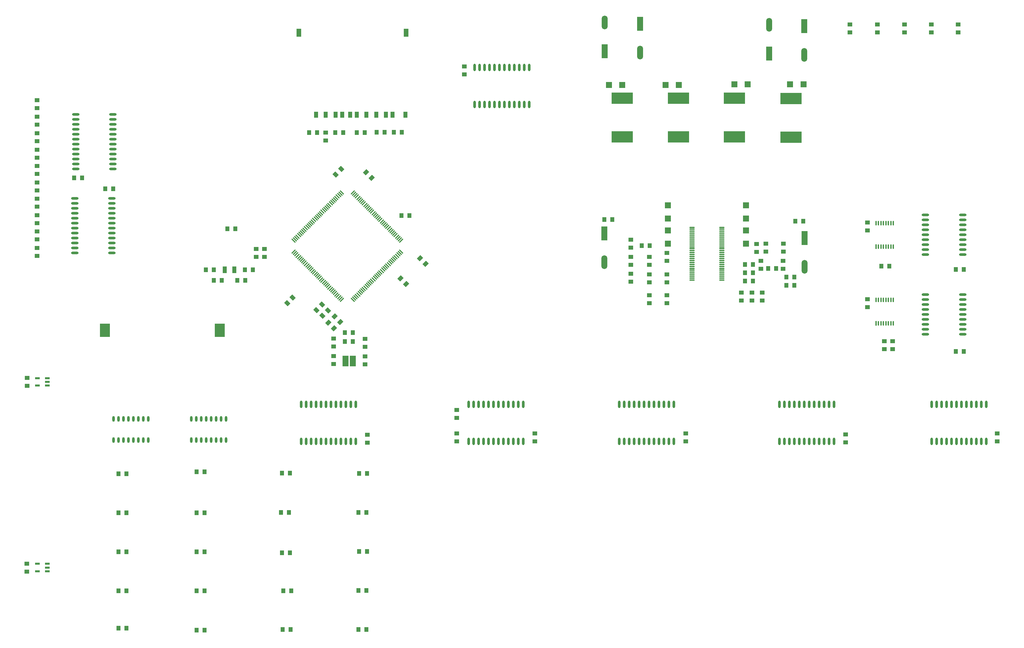
<source format=gbr>
%TF.GenerationSoftware,Altium Limited,Altium Designer,18.0.11 (651)*%
G04 Layer_Color=8421504*
%FSLAX26Y26*%
%MOIN*%
%TF.FileFunction,Paste,Top*%
%TF.Part,Single*%
G01*
G75*
%TA.AperFunction,SMDPad,CuDef*%
%ADD10O,0.055118X0.011811*%
%ADD11O,0.023622X0.074803*%
%ADD12R,0.050000X0.040000*%
%ADD13R,0.050000X0.020000*%
%ADD14R,0.040000X0.050000*%
G04:AMPARAMS|DCode=15|XSize=40mil|YSize=50mil|CornerRadius=0mil|HoleSize=0mil|Usage=FLASHONLY|Rotation=45.000|XOffset=0mil|YOffset=0mil|HoleType=Round|Shape=Rectangle|*
%AMROTATEDRECTD15*
4,1,4,0.003535,-0.031820,-0.031820,0.003535,-0.003535,0.031820,0.031820,-0.003535,0.003535,-0.031820,0.0*
%
%ADD15ROTATEDRECTD15*%

%ADD16R,0.102362X0.137795*%
%ADD17R,0.060000X0.060000*%
%ADD18R,0.060000X0.060000*%
%ADD19R,0.212598X0.114173*%
%ADD20R,0.059055X0.140000*%
%ADD21O,0.059055X0.140000*%
%ADD22R,0.059055X0.106299*%
%ADD23R,0.039370X0.070866*%
%ADD24O,0.074803X0.023622*%
%ADD25O,0.023622X0.057087*%
%ADD26R,0.039370X0.059055*%
%ADD27R,0.047244X0.078740*%
G04:AMPARAMS|DCode=28|XSize=40mil|YSize=50mil|CornerRadius=0mil|HoleSize=0mil|Usage=FLASHONLY|Rotation=315.000|XOffset=0mil|YOffset=0mil|HoleType=Round|Shape=Rectangle|*
%AMROTATEDRECTD28*
4,1,4,-0.031820,-0.003535,0.003535,0.031820,0.031820,0.003535,-0.003535,-0.031820,-0.031820,-0.003535,0.0*
%
%ADD28ROTATEDRECTD28*%

%ADD29O,0.012000X0.050000*%
%ADD30R,0.012000X0.050000*%
G04:AMPARAMS|DCode=31|XSize=11.811mil|YSize=57.087mil|CornerRadius=0mil|HoleSize=0mil|Usage=FLASHONLY|Rotation=45.000|XOffset=0mil|YOffset=0mil|HoleType=Round|Shape=Round|*
%AMOVALD31*
21,1,0.045276,0.011811,0.000000,0.000000,135.0*
1,1,0.011811,0.016007,-0.016007*
1,1,0.011811,-0.016007,0.016007*
%
%ADD31OVALD31*%

G04:AMPARAMS|DCode=32|XSize=11.811mil|YSize=57.087mil|CornerRadius=0mil|HoleSize=0mil|Usage=FLASHONLY|Rotation=135.000|XOffset=0mil|YOffset=0mil|HoleType=Round|Shape=Round|*
%AMOVALD32*
21,1,0.045276,0.011811,0.000000,0.000000,225.0*
1,1,0.011811,0.016007,0.016007*
1,1,0.011811,-0.016007,-0.016007*
%
%ADD32OVALD32*%

D10*
X8102362Y5041339D02*
D03*
Y5061024D02*
D03*
Y5080709D02*
D03*
Y5100394D02*
D03*
Y5120079D02*
D03*
Y5139764D02*
D03*
Y5159449D02*
D03*
Y5179134D02*
D03*
Y5198819D02*
D03*
Y5218504D02*
D03*
Y5238189D02*
D03*
Y5257874D02*
D03*
Y5277559D02*
D03*
Y5297244D02*
D03*
Y5316929D02*
D03*
Y5336614D02*
D03*
Y5356299D02*
D03*
Y5375984D02*
D03*
Y5395669D02*
D03*
Y5415354D02*
D03*
Y5435039D02*
D03*
Y5454724D02*
D03*
Y5474409D02*
D03*
Y5494095D02*
D03*
Y5513779D02*
D03*
Y5533465D02*
D03*
Y5553150D02*
D03*
Y5572835D02*
D03*
X7803150Y5041339D02*
D03*
Y5061024D02*
D03*
Y5080709D02*
D03*
Y5100394D02*
D03*
Y5120079D02*
D03*
Y5139764D02*
D03*
Y5159449D02*
D03*
Y5179134D02*
D03*
Y5198819D02*
D03*
Y5218504D02*
D03*
Y5238189D02*
D03*
Y5257874D02*
D03*
Y5277559D02*
D03*
Y5297244D02*
D03*
Y5316929D02*
D03*
Y5336614D02*
D03*
Y5356299D02*
D03*
Y5375984D02*
D03*
Y5395669D02*
D03*
Y5415354D02*
D03*
Y5435039D02*
D03*
Y5454724D02*
D03*
Y5474409D02*
D03*
Y5494095D02*
D03*
Y5513779D02*
D03*
Y5533465D02*
D03*
Y5553150D02*
D03*
Y5572835D02*
D03*
D11*
X6162795Y7184055D02*
D03*
X6112795D02*
D03*
X6062795D02*
D03*
X6012795D02*
D03*
X5962795D02*
D03*
X5912795D02*
D03*
X5862795D02*
D03*
X5812795D02*
D03*
X5762795D02*
D03*
X5712795D02*
D03*
X5662795D02*
D03*
X5612795D02*
D03*
X6162795Y6810039D02*
D03*
X6112795D02*
D03*
X6062795D02*
D03*
X6012795D02*
D03*
X5962795D02*
D03*
X5912795D02*
D03*
X5862795D02*
D03*
X5812795D02*
D03*
X5762795D02*
D03*
X5712795D02*
D03*
X5662795D02*
D03*
X5612795D02*
D03*
X7069882Y3415354D02*
D03*
X7119882D02*
D03*
X7169882D02*
D03*
X7219882D02*
D03*
X7269882D02*
D03*
X7319882D02*
D03*
X7369882D02*
D03*
X7419882D02*
D03*
X7469882D02*
D03*
X7519882D02*
D03*
X7569882D02*
D03*
X7619882D02*
D03*
X7069882Y3789370D02*
D03*
X7119882D02*
D03*
X7169882D02*
D03*
X7219882D02*
D03*
X7269882D02*
D03*
X7319882D02*
D03*
X7369882D02*
D03*
X7419882D02*
D03*
X7469882D02*
D03*
X7519882D02*
D03*
X7569882D02*
D03*
X7619882D02*
D03*
X5551772Y3415354D02*
D03*
X5601772D02*
D03*
X5651772D02*
D03*
X5701772D02*
D03*
X5751772D02*
D03*
X5801772D02*
D03*
X5851772D02*
D03*
X5901772D02*
D03*
X5951772D02*
D03*
X6001772D02*
D03*
X6051772D02*
D03*
X6101772D02*
D03*
X5551772Y3789370D02*
D03*
X5601772D02*
D03*
X5651772D02*
D03*
X5701772D02*
D03*
X5751772D02*
D03*
X5801772D02*
D03*
X5851772D02*
D03*
X5901772D02*
D03*
X5951772D02*
D03*
X6001772D02*
D03*
X6051772D02*
D03*
X6101772D02*
D03*
X10217126Y3415354D02*
D03*
X10267126D02*
D03*
X10317126D02*
D03*
X10367126D02*
D03*
X10417126D02*
D03*
X10467126D02*
D03*
X10517126D02*
D03*
X10567126D02*
D03*
X10617126D02*
D03*
X10667126D02*
D03*
X10717126D02*
D03*
X10767126D02*
D03*
X10217126Y3789370D02*
D03*
X10267126D02*
D03*
X10317126D02*
D03*
X10367126D02*
D03*
X10417126D02*
D03*
X10467126D02*
D03*
X10517126D02*
D03*
X10567126D02*
D03*
X10617126D02*
D03*
X10667126D02*
D03*
X10717126D02*
D03*
X10767126D02*
D03*
X8681693Y3415354D02*
D03*
X8731693D02*
D03*
X8781693D02*
D03*
X8831693D02*
D03*
X8881693D02*
D03*
X8931693D02*
D03*
X8981693D02*
D03*
X9031693D02*
D03*
X9081693D02*
D03*
X9131693D02*
D03*
X9181693D02*
D03*
X9231693D02*
D03*
X8681693Y3789370D02*
D03*
X8731693D02*
D03*
X8781693D02*
D03*
X8831693D02*
D03*
X8881693D02*
D03*
X8931693D02*
D03*
X8981693D02*
D03*
X9031693D02*
D03*
X9081693D02*
D03*
X9131693D02*
D03*
X9181693D02*
D03*
X9231693D02*
D03*
X3867054Y3415354D02*
D03*
X3917054D02*
D03*
X3967054D02*
D03*
X4017054D02*
D03*
X4067054D02*
D03*
X4117054D02*
D03*
X4167054D02*
D03*
X4217054D02*
D03*
X4267054D02*
D03*
X4317054D02*
D03*
X4367054D02*
D03*
X4417054D02*
D03*
X3867054Y3789370D02*
D03*
X3917054D02*
D03*
X3967054D02*
D03*
X4017054D02*
D03*
X4067054D02*
D03*
X4117054D02*
D03*
X4167054D02*
D03*
X4217054D02*
D03*
X4267054D02*
D03*
X4317054D02*
D03*
X4367054D02*
D03*
X4417054D02*
D03*
D12*
X5508858Y7195000D02*
D03*
Y7115000D02*
D03*
X1103150Y2102048D02*
D03*
Y2182048D02*
D03*
X1106020Y3974803D02*
D03*
Y4054803D02*
D03*
X5433071Y3730472D02*
D03*
Y3650472D02*
D03*
X10483077Y7536535D02*
D03*
Y7616535D02*
D03*
X9740158Y4425701D02*
D03*
Y4345701D02*
D03*
X9821851Y4425583D02*
D03*
Y4345583D02*
D03*
X1204445Y5285303D02*
D03*
Y5365303D02*
D03*
Y5450658D02*
D03*
Y5530658D02*
D03*
Y5615422D02*
D03*
Y5695422D02*
D03*
Y5780423D02*
D03*
Y5860423D02*
D03*
Y5945423D02*
D03*
Y6025423D02*
D03*
Y6111367D02*
D03*
Y6191367D02*
D03*
Y6275423D02*
D03*
Y6355423D02*
D03*
Y6440422D02*
D03*
Y6520422D02*
D03*
Y6606367D02*
D03*
Y6686367D02*
D03*
Y6774361D02*
D03*
Y6854361D02*
D03*
X4507738Y4369455D02*
D03*
Y4449455D02*
D03*
X4193762Y4370279D02*
D03*
Y4450279D02*
D03*
X7372047Y4886968D02*
D03*
Y4806968D02*
D03*
X7549213Y4887953D02*
D03*
Y4807953D02*
D03*
X5433071Y3495354D02*
D03*
Y3415354D02*
D03*
X3497295Y5354165D02*
D03*
Y5274165D02*
D03*
X3413634Y5273024D02*
D03*
Y5353024D02*
D03*
X8299213Y4916221D02*
D03*
Y4836221D02*
D03*
X7372047Y5194882D02*
D03*
Y5274882D02*
D03*
X8722568Y5406860D02*
D03*
Y5326860D02*
D03*
X8495154Y5153140D02*
D03*
Y5233140D02*
D03*
X10212014Y7536535D02*
D03*
Y7616535D02*
D03*
X9943314Y7538110D02*
D03*
Y7618110D02*
D03*
X9667723Y7538110D02*
D03*
Y7618110D02*
D03*
X9391540Y7536535D02*
D03*
Y7616535D02*
D03*
X4112220Y6527862D02*
D03*
Y6447862D02*
D03*
X9569882Y4767441D02*
D03*
Y4847441D02*
D03*
Y5541346D02*
D03*
Y5621346D02*
D03*
X7185039Y5274882D02*
D03*
Y5194882D02*
D03*
X4507739Y4192446D02*
D03*
Y4272446D02*
D03*
X4193762Y4193270D02*
D03*
Y4273270D02*
D03*
X7185039Y5104331D02*
D03*
Y5024331D02*
D03*
X7186024Y5367992D02*
D03*
Y5447992D02*
D03*
X6220472Y3415354D02*
D03*
Y3495354D02*
D03*
X7740158Y3414252D02*
D03*
Y3494252D02*
D03*
X9350394Y3404252D02*
D03*
Y3484252D02*
D03*
X10875984Y3414095D02*
D03*
Y3494095D02*
D03*
X4531424Y3402441D02*
D03*
Y3482441D02*
D03*
X8719488Y5153150D02*
D03*
Y5233150D02*
D03*
X8508760Y4836221D02*
D03*
Y4916221D02*
D03*
X8405512Y4836221D02*
D03*
Y4916221D02*
D03*
X7549213Y5235118D02*
D03*
Y5315118D02*
D03*
X7372047Y5099528D02*
D03*
Y5019528D02*
D03*
X7549213Y5099528D02*
D03*
Y5019528D02*
D03*
X8545357Y5406801D02*
D03*
Y5326801D02*
D03*
X8453822Y5325817D02*
D03*
Y5405817D02*
D03*
D13*
X1209843Y2105021D02*
D03*
X1309843Y2142021D02*
D03*
X1309843Y2180021D02*
D03*
Y2105021D02*
D03*
X1209843Y2180021D02*
D03*
X1209843Y3977173D02*
D03*
X1309843Y4014173D02*
D03*
X1309842Y4052173D02*
D03*
Y3977173D02*
D03*
X1209843Y4052173D02*
D03*
D14*
X3674095Y2291339D02*
D03*
X3754095D02*
D03*
X3679843Y1516929D02*
D03*
X3759843D02*
D03*
X4441902D02*
D03*
X4521902D02*
D03*
X4444213Y1910630D02*
D03*
X4524213D02*
D03*
X4448819Y2304134D02*
D03*
X4528819D02*
D03*
X4441902Y2698032D02*
D03*
X4521902D02*
D03*
X4448819Y3091732D02*
D03*
X4528819D02*
D03*
X3661417Y2698032D02*
D03*
X3741417D02*
D03*
X3673228Y3095669D02*
D03*
X3753228D02*
D03*
X2892835Y1511811D02*
D03*
X2812835D02*
D03*
X2892991Y1906299D02*
D03*
X2812991D02*
D03*
X2891535Y2300000D02*
D03*
X2811535D02*
D03*
X2892991Y2693701D02*
D03*
X2812991D02*
D03*
X2892991Y3107087D02*
D03*
X2812991D02*
D03*
X2105590Y1532283D02*
D03*
X2025590D02*
D03*
X2105590Y1906299D02*
D03*
X2025590D02*
D03*
X2105590Y2300000D02*
D03*
X2025590D02*
D03*
X2105590Y2693701D02*
D03*
X2025590D02*
D03*
X2104330Y3087401D02*
D03*
X2024330D02*
D03*
X3765039Y1909449D02*
D03*
X3685039D02*
D03*
X3121772Y5558071D02*
D03*
X3201772D02*
D03*
X9789528Y5181496D02*
D03*
X9709528D02*
D03*
X3065530Y5037338D02*
D03*
X2985530D02*
D03*
X3221593Y5037337D02*
D03*
X3301593D02*
D03*
X8415512Y5115158D02*
D03*
X8335512D02*
D03*
X8415512Y5032480D02*
D03*
X8335512D02*
D03*
X4209661Y6527862D02*
D03*
X4289661D02*
D03*
X4704740Y6529831D02*
D03*
X4624740D02*
D03*
X4800212D02*
D03*
X4880212D02*
D03*
X4024780Y6527862D02*
D03*
X3944780D02*
D03*
X10540472Y5146654D02*
D03*
X10460472D02*
D03*
X10540354Y4322835D02*
D03*
X10460354D02*
D03*
X1973425Y5962598D02*
D03*
X1893425D02*
D03*
X2986634Y5145606D02*
D03*
X2906634D02*
D03*
X3300491Y5145605D02*
D03*
X3380491D02*
D03*
X4305848Y4419652D02*
D03*
X4385848D02*
D03*
X4385945Y4511811D02*
D03*
X4305945D02*
D03*
X1578622Y6070866D02*
D03*
X1658622D02*
D03*
X8335512Y5197835D02*
D03*
X8415512D02*
D03*
X4876850Y5690945D02*
D03*
X4956850D02*
D03*
X8753819Y4989173D02*
D03*
X8833819D02*
D03*
X7297047Y5386811D02*
D03*
X7377047D02*
D03*
X8753819Y5071850D02*
D03*
X8833819D02*
D03*
X8647756Y5158465D02*
D03*
X8567756D02*
D03*
X8921260Y5635827D02*
D03*
X8841260D02*
D03*
X6919173Y5652559D02*
D03*
X6999173D02*
D03*
X4505039Y6529528D02*
D03*
X4425039D02*
D03*
D15*
X3724228Y4807890D02*
D03*
X3780797Y4864458D02*
D03*
X4135472Y4736239D02*
D03*
X4078903Y4679670D02*
D03*
X4076417Y4795294D02*
D03*
X4019848Y4738725D02*
D03*
X4213298Y6104046D02*
D03*
X4269866Y6160614D02*
D03*
D16*
X3047244Y4533465D02*
D03*
X1889764D02*
D03*
D17*
X8363346Y7014764D02*
D03*
X8228346D02*
D03*
X8924370D02*
D03*
X8789370D02*
D03*
X7535433Y7007874D02*
D03*
X7670433D02*
D03*
X6964409Y7006890D02*
D03*
X7099409D02*
D03*
D18*
X8346457Y5406346D02*
D03*
Y5541346D02*
D03*
Y5660369D02*
D03*
Y5795369D02*
D03*
X7559055Y5406346D02*
D03*
Y5541346D02*
D03*
Y5660370D02*
D03*
Y5795370D02*
D03*
D19*
X8228346Y6483268D02*
D03*
Y6875000D02*
D03*
X8799213Y6872047D02*
D03*
Y6480315D02*
D03*
X7664764Y6483268D02*
D03*
Y6875000D02*
D03*
X7098228Y6875000D02*
D03*
Y6483268D02*
D03*
D20*
X8932087Y7601614D02*
D03*
X8937008Y5463819D02*
D03*
X7279528Y7625236D02*
D03*
X6922244Y7348228D02*
D03*
X8578740Y7324724D02*
D03*
X6919291Y5512047D02*
D03*
D21*
X8932087Y7311614D02*
D03*
X8937008Y5173819D02*
D03*
X7279528Y7335236D02*
D03*
X6922244Y7638228D02*
D03*
X8578740Y7614724D02*
D03*
X6919291Y5222047D02*
D03*
D22*
X4386675Y4224770D02*
D03*
X4311872D02*
D03*
D23*
X3193326Y5145605D02*
D03*
X3094901D02*
D03*
D24*
X10153545Y4895276D02*
D03*
Y4845276D02*
D03*
Y4795276D02*
D03*
Y4745276D02*
D03*
Y4695276D02*
D03*
Y4645276D02*
D03*
Y4595276D02*
D03*
Y4545276D02*
D03*
Y4495276D02*
D03*
X10527560Y4895276D02*
D03*
Y4845276D02*
D03*
Y4795276D02*
D03*
Y4745276D02*
D03*
Y4695276D02*
D03*
Y4645276D02*
D03*
Y4595276D02*
D03*
Y4545276D02*
D03*
Y4495276D02*
D03*
X10153545Y5699016D02*
D03*
Y5649016D02*
D03*
Y5599016D02*
D03*
Y5549016D02*
D03*
Y5499016D02*
D03*
Y5449016D02*
D03*
Y5399016D02*
D03*
Y5349016D02*
D03*
Y5299016D02*
D03*
X10527561Y5699016D02*
D03*
Y5649016D02*
D03*
Y5599016D02*
D03*
Y5549016D02*
D03*
Y5499016D02*
D03*
Y5449016D02*
D03*
Y5399016D02*
D03*
Y5349016D02*
D03*
Y5299016D02*
D03*
X1958661Y5315551D02*
D03*
Y5365551D02*
D03*
Y5415551D02*
D03*
Y5465551D02*
D03*
Y5515551D02*
D03*
Y5565551D02*
D03*
Y5615551D02*
D03*
Y5665551D02*
D03*
Y5715551D02*
D03*
Y5765551D02*
D03*
Y5815551D02*
D03*
Y5865551D02*
D03*
X1584646Y5315551D02*
D03*
Y5365551D02*
D03*
Y5415551D02*
D03*
Y5465551D02*
D03*
Y5515551D02*
D03*
Y5565551D02*
D03*
Y5615551D02*
D03*
Y5665551D02*
D03*
Y5715551D02*
D03*
Y5765551D02*
D03*
Y5815551D02*
D03*
Y5865551D02*
D03*
X1594488Y6710630D02*
D03*
Y6660630D02*
D03*
Y6610630D02*
D03*
Y6560630D02*
D03*
Y6510630D02*
D03*
Y6460630D02*
D03*
Y6410630D02*
D03*
Y6360630D02*
D03*
Y6310630D02*
D03*
Y6260630D02*
D03*
Y6210630D02*
D03*
Y6160630D02*
D03*
X1968504Y6710630D02*
D03*
Y6660630D02*
D03*
Y6610630D02*
D03*
Y6560630D02*
D03*
Y6510630D02*
D03*
Y6460630D02*
D03*
Y6410630D02*
D03*
Y6360630D02*
D03*
Y6310630D02*
D03*
Y6260630D02*
D03*
Y6210630D02*
D03*
Y6160630D02*
D03*
D25*
X2324606Y3642717D02*
D03*
X2274606D02*
D03*
X2224606D02*
D03*
X2174606D02*
D03*
X2124606D02*
D03*
X2074606D02*
D03*
X2024606D02*
D03*
X1974606D02*
D03*
X2324606Y3428150D02*
D03*
X2274606D02*
D03*
X2224606D02*
D03*
X2174606D02*
D03*
X2124606D02*
D03*
X2074606D02*
D03*
X2024606D02*
D03*
X1974606D02*
D03*
X3110040Y3642717D02*
D03*
X3060040D02*
D03*
X3010040D02*
D03*
X2960040D02*
D03*
X2910040D02*
D03*
X2860040D02*
D03*
X2810040D02*
D03*
X2760040D02*
D03*
X3110040Y3428150D02*
D03*
X3060040D02*
D03*
X3010040D02*
D03*
X2960040D02*
D03*
X2910040D02*
D03*
X2860040D02*
D03*
X2810040D02*
D03*
X2760040D02*
D03*
D26*
X4916535Y6708268D02*
D03*
X4784646D02*
D03*
X4717717D02*
D03*
X4622047D02*
D03*
X4523622D02*
D03*
X4425197D02*
D03*
X4360236D02*
D03*
X4279528D02*
D03*
X4212598D02*
D03*
X4114173D02*
D03*
X4015748D02*
D03*
D27*
X3842520Y7535433D02*
D03*
X4921260D02*
D03*
D28*
X4139642Y4612404D02*
D03*
X4196211Y4555836D02*
D03*
X4201132Y4675914D02*
D03*
X4257700Y4619346D02*
D03*
X5061723Y5262096D02*
D03*
X5118292Y5205527D02*
D03*
X4575088Y6072550D02*
D03*
X4518520Y6129118D02*
D03*
X4866142Y5057087D02*
D03*
X4922710Y5000518D02*
D03*
D29*
X9829527Y4841764D02*
D03*
X9804527D02*
D03*
X9779527D02*
D03*
X9754527D02*
D03*
X9729527D02*
D03*
X9704527D02*
D03*
X9679527D02*
D03*
X9654527D02*
D03*
X9829527Y4604764D02*
D03*
X9804527D02*
D03*
X9779527D02*
D03*
X9754527D02*
D03*
X9729527D02*
D03*
X9704527D02*
D03*
X9679527D02*
D03*
X9829528Y5615347D02*
D03*
X9804528D02*
D03*
X9779528D02*
D03*
X9754528D02*
D03*
X9729528D02*
D03*
X9704528D02*
D03*
X9679528D02*
D03*
X9654528D02*
D03*
X9829528Y5378347D02*
D03*
X9804528D02*
D03*
X9779528D02*
D03*
X9754528D02*
D03*
X9729528D02*
D03*
X9704528D02*
D03*
X9679528D02*
D03*
D30*
X9654527Y4604764D02*
D03*
X9654528Y5378347D02*
D03*
D31*
X3788547Y5437659D02*
D03*
X3802466Y5451578D02*
D03*
X3816386Y5465498D02*
D03*
X3830306Y5479417D02*
D03*
X3844225Y5493337D02*
D03*
X3858144Y5507256D02*
D03*
X3872064Y5521175D02*
D03*
X3885983Y5535095D02*
D03*
X3899903Y5549014D02*
D03*
X3913822Y5562934D02*
D03*
X3927741Y5576853D02*
D03*
X3941661Y5590773D02*
D03*
X3955580Y5604692D02*
D03*
X3969500Y5618611D02*
D03*
X3983419Y5632531D02*
D03*
X3997338Y5646450D02*
D03*
X4011258Y5660369D02*
D03*
X4025177Y5674289D02*
D03*
X4039097Y5688208D02*
D03*
X4053016Y5702128D02*
D03*
X4066936Y5716047D02*
D03*
X4080855Y5729967D02*
D03*
X4094774Y5743886D02*
D03*
X4108694Y5757806D02*
D03*
X4122613Y5771725D02*
D03*
X4136533Y5785645D02*
D03*
X4150452Y5799564D02*
D03*
X4164372Y5813483D02*
D03*
X4178291Y5827403D02*
D03*
X4192210Y5841322D02*
D03*
X4206130Y5855242D02*
D03*
X4220049Y5869161D02*
D03*
X4233969Y5883081D02*
D03*
X4247888Y5897000D02*
D03*
X4261808Y5910919D02*
D03*
X4275727Y5924839D02*
D03*
X4872870Y5327695D02*
D03*
X4858951Y5313776D02*
D03*
X4845031Y5299856D02*
D03*
X4831112Y5285937D02*
D03*
X4817192Y5272018D02*
D03*
X4803273Y5258098D02*
D03*
X4789353Y5244179D02*
D03*
X4775434Y5230259D02*
D03*
X4761515Y5216340D02*
D03*
X4747596Y5202421D02*
D03*
X4733676Y5188501D02*
D03*
X4719757Y5174582D02*
D03*
X4705837Y5160662D02*
D03*
X4691918Y5146743D02*
D03*
X4677998Y5132823D02*
D03*
X4664079Y5118904D02*
D03*
X4650159Y5104984D02*
D03*
X4636240Y5091065D02*
D03*
X4622321Y5077146D02*
D03*
X4608401Y5063226D02*
D03*
X4594482Y5049307D02*
D03*
X4580562Y5035388D02*
D03*
X4566643Y5021468D02*
D03*
X4552724Y5007548D02*
D03*
X4538804Y4993629D02*
D03*
X4524885Y4979710D02*
D03*
X4510965Y4965790D02*
D03*
X4497046Y4951871D02*
D03*
X4483126Y4937952D02*
D03*
X4469207Y4924032D02*
D03*
X4455288Y4910113D02*
D03*
X4441368Y4896193D02*
D03*
X4427449Y4882274D02*
D03*
X4413529Y4868354D02*
D03*
X4399610Y4854435D02*
D03*
X4385690Y4840515D02*
D03*
D32*
X4385690Y5924839D02*
D03*
X4399610Y5910919D02*
D03*
X4413529Y5897000D02*
D03*
X4427449Y5883080D02*
D03*
X4441368Y5869161D02*
D03*
X4455288Y5855242D02*
D03*
X4469207Y5841322D02*
D03*
X4483126Y5827403D02*
D03*
X4497046Y5813483D02*
D03*
X4510965Y5799564D02*
D03*
X4524885Y5785645D02*
D03*
X4538804Y5771725D02*
D03*
X4552723Y5757806D02*
D03*
X4566643Y5743886D02*
D03*
X4580562Y5729967D02*
D03*
X4594482Y5716047D02*
D03*
X4608401Y5702128D02*
D03*
X4622321Y5688208D02*
D03*
X4636240Y5674289D02*
D03*
X4650159Y5660369D02*
D03*
X4664079Y5646450D02*
D03*
X4677998Y5632531D02*
D03*
X4691918Y5618611D02*
D03*
X4705837Y5604692D02*
D03*
X4719757Y5590773D02*
D03*
X4733676Y5576853D02*
D03*
X4747596Y5562934D02*
D03*
X4761515Y5549014D02*
D03*
X4775434Y5535095D02*
D03*
X4789354Y5521175D02*
D03*
X4803273Y5507256D02*
D03*
X4817193Y5493337D02*
D03*
X4831112Y5479417D02*
D03*
X4845031Y5465498D02*
D03*
X4858951Y5451578D02*
D03*
X4872870Y5437659D02*
D03*
X4275727Y4840516D02*
D03*
X4261807Y4854435D02*
D03*
X4247888Y4868354D02*
D03*
X4233969Y4882274D02*
D03*
X4220049Y4896193D02*
D03*
X4206130Y4910113D02*
D03*
X4192211Y4924032D02*
D03*
X4178291Y4937952D02*
D03*
X4164372Y4951871D02*
D03*
X4150452Y4965790D02*
D03*
X4136533Y4979710D02*
D03*
X4122613Y4993629D02*
D03*
X4108694Y5007549D02*
D03*
X4094774Y5021468D02*
D03*
X4080855Y5035388D02*
D03*
X4066936Y5049307D02*
D03*
X4053016Y5063226D02*
D03*
X4039097Y5077146D02*
D03*
X4025177Y5091065D02*
D03*
X4011258Y5104984D02*
D03*
X3997338Y5118904D02*
D03*
X3983419Y5132824D02*
D03*
X3969500Y5146743D02*
D03*
X3955580Y5160662D02*
D03*
X3941661Y5174582D02*
D03*
X3927741Y5188501D02*
D03*
X3913822Y5202421D02*
D03*
X3899903Y5216340D02*
D03*
X3885983Y5230259D02*
D03*
X3872064Y5244179D02*
D03*
X3858144Y5258098D02*
D03*
X3844225Y5272018D02*
D03*
X3830305Y5285937D02*
D03*
X3816386Y5299856D02*
D03*
X3802466Y5313776D02*
D03*
X3788547Y5327695D02*
D03*
%TF.MD5,826c5b5f6b7e9e395ffa0a9db264fddd*%
M02*

</source>
